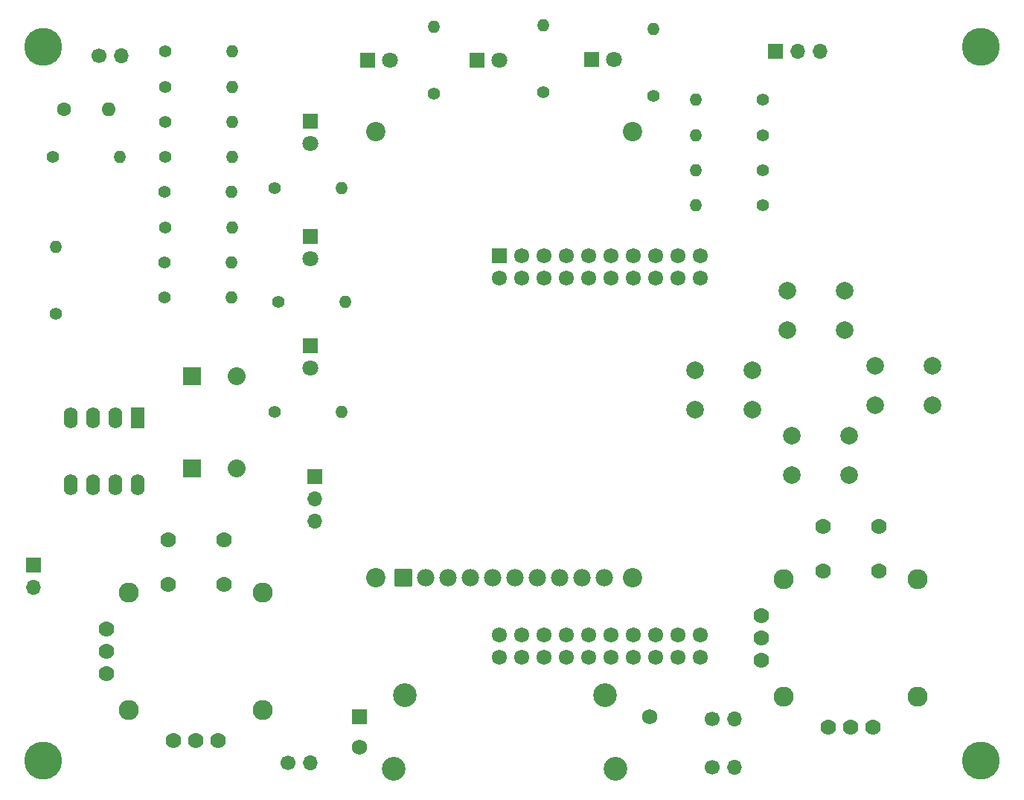
<source format=gts>
G04 #@! TF.GenerationSoftware,KiCad,Pcbnew,9.0.0*
G04 #@! TF.CreationDate,2025-03-23T13:33:12-05:00*
G04 #@! TF.ProjectId,CDR3585,43445233-3538-4352-9e6b-696361645f70,v1.0.1*
G04 #@! TF.SameCoordinates,Original*
G04 #@! TF.FileFunction,Soldermask,Top*
G04 #@! TF.FilePolarity,Negative*
%FSLAX46Y46*%
G04 Gerber Fmt 4.6, Leading zero omitted, Abs format (unit mm)*
G04 Created by KiCad (PCBNEW 9.0.0) date 2025-03-23 13:33:12*
%MOMM*%
%LPD*%
G01*
G04 APERTURE LIST*
G04 Aperture macros list*
%AMRoundRect*
0 Rectangle with rounded corners*
0 $1 Rounding radius*
0 $2 $3 $4 $5 $6 $7 $8 $9 X,Y pos of 4 corners*
0 Add a 4 corners polygon primitive as box body*
4,1,4,$2,$3,$4,$5,$6,$7,$8,$9,$2,$3,0*
0 Add four circle primitives for the rounded corners*
1,1,$1+$1,$2,$3*
1,1,$1+$1,$4,$5*
1,1,$1+$1,$6,$7*
1,1,$1+$1,$8,$9*
0 Add four rect primitives between the rounded corners*
20,1,$1+$1,$2,$3,$4,$5,0*
20,1,$1+$1,$4,$5,$6,$7,0*
20,1,$1+$1,$6,$7,$8,$9,0*
20,1,$1+$1,$8,$9,$2,$3,0*%
G04 Aperture macros list end*
%ADD10C,1.400000*%
%ADD11O,1.400000X1.400000*%
%ADD12C,1.700000*%
%ADD13O,1.700000X1.700000*%
%ADD14R,1.700000X1.700000*%
%ADD15R,1.800000X1.800000*%
%ADD16C,1.800000*%
%ADD17R,1.600000X2.400000*%
%ADD18O,1.600000X2.400000*%
%ADD19C,2.000000*%
%ADD20C,2.700000*%
%ADD21R,1.750000X1.750000*%
%ADD22C,1.750000*%
%ADD23C,1.778000*%
%ADD24C,2.286000*%
%ADD25C,1.600000*%
%ADD26O,1.600000X1.600000*%
%ADD27C,4.318000*%
%ADD28R,2.032000X2.032000*%
%ADD29C,2.032000*%
%ADD30C,2.200000*%
%ADD31RoundRect,0.102000X0.889000X-0.889000X0.889000X0.889000X-0.889000X0.889000X-0.889000X-0.889000X0*%
%ADD32C,1.982000*%
%ADD33RoundRect,0.102000X-0.760000X0.760000X-0.760000X-0.760000X0.760000X-0.760000X0.760000X0.760000X0*%
%ADD34C,1.724000*%
G04 APERTURE END LIST*
D10*
X80880000Y-83500000D03*
D11*
X88500000Y-83500000D03*
D10*
X68500000Y-62500000D03*
D11*
X76120000Y-62500000D03*
D12*
X82460000Y-123500000D03*
D13*
X85000000Y-123500000D03*
D10*
X68500000Y-42500000D03*
D11*
X76120000Y-42500000D03*
D14*
X137920000Y-42500000D03*
D13*
X140460000Y-42500000D03*
X143000000Y-42500000D03*
D10*
X68380000Y-66500000D03*
D11*
X76000000Y-66500000D03*
D15*
X85000000Y-63500000D03*
D16*
X85000000Y-66040000D03*
D10*
X68500000Y-50500000D03*
D11*
X76120000Y-50500000D03*
D17*
X65300000Y-84175000D03*
D18*
X62760000Y-84175000D03*
X60220000Y-84175000D03*
X57680000Y-84175000D03*
X57680000Y-91795000D03*
X60220000Y-91795000D03*
X62760000Y-91795000D03*
X65300000Y-91795000D03*
D10*
X56000000Y-72310000D03*
D11*
X56000000Y-64690000D03*
D19*
X128750000Y-78750000D03*
X135250000Y-78750000D03*
X128750000Y-83250000D03*
X135250000Y-83250000D03*
X139250000Y-69750000D03*
X145750000Y-69750000D03*
X139250000Y-74250000D03*
X145750000Y-74250000D03*
D10*
X68380000Y-70500000D03*
D11*
X76000000Y-70500000D03*
D20*
X94505000Y-124200000D03*
X95705000Y-115800000D03*
X118505000Y-115800000D03*
X119705000Y-124200000D03*
D21*
X90605000Y-118250000D03*
D22*
X90605000Y-121750000D03*
X123605000Y-118250000D03*
D10*
X68380000Y-58500000D03*
D11*
X76000000Y-58500000D03*
D10*
X99000000Y-47310000D03*
D11*
X99000000Y-39690000D03*
D12*
X60960000Y-43000000D03*
D13*
X63500000Y-43000000D03*
D23*
X61792500Y-113310000D03*
X61792500Y-110770000D03*
X61792500Y-108230000D03*
X69412500Y-120930000D03*
X71952500Y-120930000D03*
X74492500Y-120930000D03*
D24*
X64332500Y-104102500D03*
X64332500Y-117437500D03*
X79572500Y-117437500D03*
X79572500Y-104102500D03*
D23*
X68777500Y-103150000D03*
X75127500Y-103150000D03*
X68777500Y-98070000D03*
X75127500Y-98070000D03*
D12*
X130725000Y-118500000D03*
D13*
X133265000Y-118500000D03*
D25*
X56943800Y-49065000D03*
D26*
X62023800Y-49065000D03*
D15*
X85000000Y-50460000D03*
D16*
X85000000Y-53000000D03*
D27*
X161290000Y-41910000D03*
X161290000Y-123190000D03*
X54610000Y-41910000D03*
D10*
X136500000Y-56000000D03*
D11*
X128880000Y-56000000D03*
D27*
X54610000Y-123190000D03*
D28*
X71500000Y-90000000D03*
D29*
X76580000Y-90000000D03*
D10*
X80880000Y-58000000D03*
D11*
X88500000Y-58000000D03*
D12*
X130725000Y-124000000D03*
D13*
X133265000Y-124000000D03*
D15*
X116960000Y-43380000D03*
D16*
X119500000Y-43380000D03*
D28*
X71500000Y-79500000D03*
D29*
X76580000Y-79500000D03*
D23*
X136292500Y-111810000D03*
X136292500Y-109270000D03*
X136292500Y-106730000D03*
X143912500Y-119430000D03*
X146452500Y-119430000D03*
X148992500Y-119430000D03*
D24*
X138832500Y-102602500D03*
X138832500Y-115937500D03*
X154072500Y-115937500D03*
X154072500Y-102602500D03*
D23*
X143277500Y-101650000D03*
X149627500Y-101650000D03*
X143277500Y-96570000D03*
X149627500Y-96570000D03*
D19*
X149250000Y-78250000D03*
X155750000Y-78250000D03*
X149250000Y-82750000D03*
X155750000Y-82750000D03*
D10*
X124000000Y-47500000D03*
D11*
X124000000Y-39880000D03*
D10*
X136500000Y-60000000D03*
D11*
X128880000Y-60000000D03*
D10*
X111500000Y-47120000D03*
D11*
X111500000Y-39500000D03*
D10*
X55690000Y-54500000D03*
D11*
X63310000Y-54500000D03*
D10*
X136500000Y-48000000D03*
D11*
X128880000Y-48000000D03*
D10*
X68500000Y-54500000D03*
D11*
X76120000Y-54500000D03*
D10*
X136500000Y-52000000D03*
D11*
X128880000Y-52000000D03*
D19*
X146250000Y-90750000D03*
X139750000Y-90750000D03*
X146250000Y-86250000D03*
X139750000Y-86250000D03*
D10*
X68500000Y-46500000D03*
D11*
X76120000Y-46500000D03*
D14*
X53500000Y-101000000D03*
D13*
X53500000Y-103540000D03*
D15*
X85000000Y-76000000D03*
D16*
X85000000Y-78540000D03*
D15*
X91460000Y-43500000D03*
D16*
X94000000Y-43500000D03*
D14*
X85500000Y-90920000D03*
D13*
X85500000Y-93460000D03*
X85500000Y-96000000D03*
D15*
X103960000Y-43500000D03*
D16*
X106500000Y-43500000D03*
D10*
X81380000Y-71000000D03*
D11*
X89000000Y-71000000D03*
D30*
X92395000Y-51600000D03*
X92395000Y-102400000D03*
X121605000Y-51600000D03*
X121605000Y-102400000D03*
D31*
X95570000Y-102400000D03*
D32*
X98110000Y-102400000D03*
X100650000Y-102400000D03*
X103190000Y-102400000D03*
X105730000Y-102400000D03*
X108270000Y-102400000D03*
X110810000Y-102400000D03*
X113350000Y-102400000D03*
X115890000Y-102400000D03*
X118430000Y-102400000D03*
D33*
X106500000Y-65780000D03*
D34*
X109040000Y-65780000D03*
X111580000Y-65780000D03*
X114120000Y-65780000D03*
X116660000Y-65780000D03*
X119200000Y-65780000D03*
X121740000Y-65780000D03*
X124280000Y-65780000D03*
X126820000Y-65780000D03*
X129360000Y-65780000D03*
X106500000Y-111500000D03*
X109040000Y-111500000D03*
X111580000Y-111500000D03*
X114120000Y-111500000D03*
X116660000Y-111500000D03*
X119200000Y-111500000D03*
X121740000Y-111500000D03*
X124280000Y-111500000D03*
X126820000Y-111500000D03*
X129360000Y-111500000D03*
X106500000Y-68320000D03*
X109040000Y-68320000D03*
X111580000Y-68320000D03*
X114120000Y-68320000D03*
X116660000Y-68320000D03*
X119200000Y-68320000D03*
X121740000Y-68320000D03*
X124280000Y-68320000D03*
X126820000Y-68320000D03*
X129360000Y-68320000D03*
X106500000Y-108960000D03*
X109040000Y-108960000D03*
X111580000Y-108960000D03*
X114120000Y-108960000D03*
X116660000Y-108960000D03*
X119200000Y-108960000D03*
X121740000Y-108960000D03*
X124280000Y-108960000D03*
X126820000Y-108960000D03*
X129360000Y-108960000D03*
M02*

</source>
